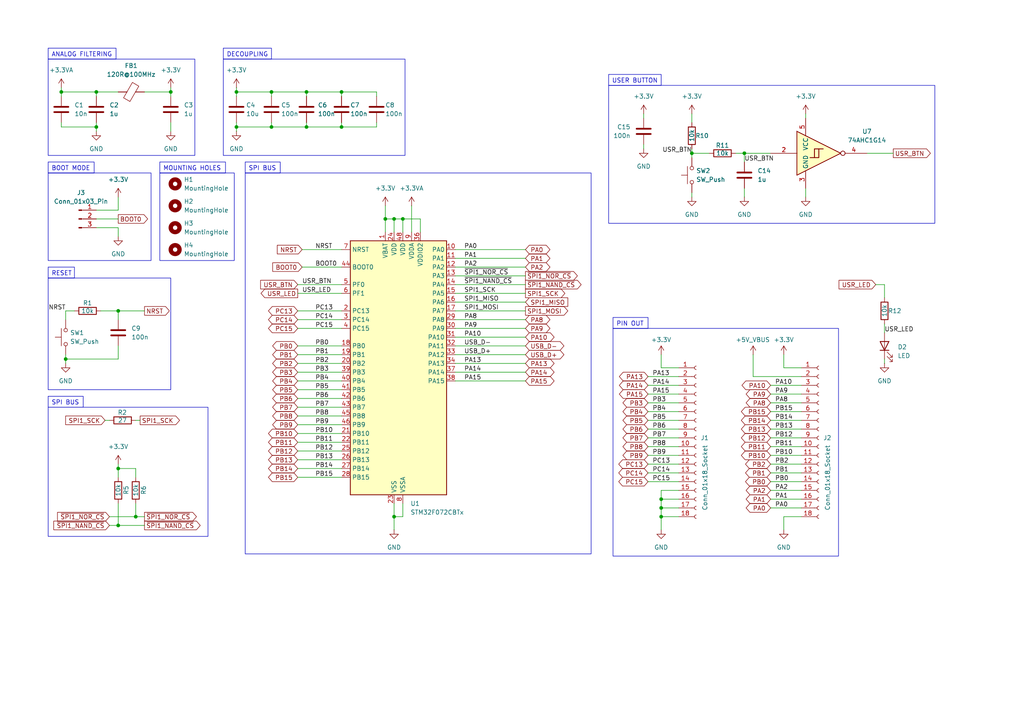
<source format=kicad_sch>
(kicad_sch (version 20231120) (generator "eeschema") (generator_version "8.0")
  (paper "A4")
  (lib_symbols
    (symbol "74xGxx:74AHC1G14"
      (property "Reference" "U" (at 0 3.81 0))
      (property "Value" "74AHC1G14" (at 0 -3.81 0))
      (symbol "74AHC1G14_1_1"
        (pin no_connect line (at -7.62 5.08 180) (length 5.08) hide (name "NC") (number "1"))
        (pin input line (at -15.24 0 0) (length 7.62) (name "~") (number "2"))
        (pin power_in line (at -5.08 -10.16 90) (length 5.08) (name "GND") (number "3"))
        (pin output inverted (at 12.7 0 180) (length 7.62) (name "~") (number "4"))
        (pin power_in line (at -5.08 10.16 270) (length 5.08) (name "VCC") (number "5"))
      )
    )
    (symbol "Connector:Conn_01x03_Pin" (pin_names (offset 1.016) hide)
      (property "Reference" "J" (at 0 5.08 0))
      (property "Value" "Conn_01x03_Pin" (at 0 -5.08 0))
      (symbol "Conn_01x03_Pin_1_1"
        (pin passive line (at 5.08 2.54 180) (length 3.81) (name "Pin_1") (number "1"))
        (pin passive line (at 5.08 0 180) (length 3.81) (name "Pin_2") (number "2"))
        (pin passive line (at 5.08 -2.54 180) (length 3.81) (name "Pin_3") (number "3"))
      )
    )
    (symbol "Connector:Conn_01x18_Socket" (pin_names (offset 1.016) hide)
      (property "Reference" "J" (at 0 22.86 0))
      (property "Value" "Conn_01x18_Socket" (at 0 -25.4 0))
      (symbol "Conn_01x18_Socket_1_1"
        (pin passive line (at -5.08 20.32 0) (length 3.81) (name "Pin_1") (number "1"))
        (pin passive line (at -5.08 -2.54 0) (length 3.81) (name "Pin_10") (number "10"))
        (pin passive line (at -5.08 -5.08 0) (length 3.81) (name "Pin_11") (number "11"))
        (pin passive line (at -5.08 -7.62 0) (length 3.81) (name "Pin_12") (number "12"))
        (pin passive line (at -5.08 -10.16 0) (length 3.81) (name "Pin_13") (number "13"))
        (pin passive line (at -5.08 -12.7 0) (length 3.81) (name "Pin_14") (number "14"))
        (pin passive line (at -5.08 -15.24 0) (length 3.81) (name "Pin_15") (number "15"))
        (pin passive line (at -5.08 -17.78 0) (length 3.81) (name "Pin_16") (number "16"))
        (pin passive line (at -5.08 -20.32 0) (length 3.81) (name "Pin_17") (number "17"))
        (pin passive line (at -5.08 -22.86 0) (length 3.81) (name "Pin_18") (number "18"))
        (pin passive line (at -5.08 17.78 0) (length 3.81) (name "Pin_2") (number "2"))
        (pin passive line (at -5.08 15.24 0) (length 3.81) (name "Pin_3") (number "3"))
        (pin passive line (at -5.08 12.7 0) (length 3.81) (name "Pin_4") (number "4"))
        (pin passive line (at -5.08 10.16 0) (length 3.81) (name "Pin_5") (number "5"))
        (pin passive line (at -5.08 7.62 0) (length 3.81) (name "Pin_6") (number "6"))
        (pin passive line (at -5.08 5.08 0) (length 3.81) (name "Pin_7") (number "7"))
        (pin passive line (at -5.08 2.54 0) (length 3.81) (name "Pin_8") (number "8"))
        (pin passive line (at -5.08 0 0) (length 3.81) (name "Pin_9") (number "9"))
      )
    )
    (symbol "Device:C" (pin_numbers hide) (pin_names (offset 0.254))
      (property "Reference" "C" (at 0.635 2.54 0))
      (property "Value" "C" (at 0.635 -2.54 0))
      (symbol "C_1_1"
        (pin passive line (at 0 3.81 270) (length 2.794) (name "~") (number "1"))
        (pin passive line (at 0 -3.81 90) (length 2.794) (name "~") (number "2"))
      )
    )
    (symbol "Device:FerriteBead" (pin_numbers hide) (pin_names (offset 0))
      (property "Reference" "FB" (at -3.81 0.635 90))
      (property "Value" "FerriteBead" (at 3.81 0 90))
      (symbol "FerriteBead_1_1"
        (pin passive line (at 0 3.81 270) (length 2.54) (name "~") (number "1"))
        (pin passive line (at 0 -3.81 90) (length 2.54) (name "~") (number "2"))
      )
    )
    (symbol "Device:LED" (pin_numbers hide) (pin_names (offset 1.016) hide)
      (property "Reference" "D" (at 0 2.54 0))
      (property "Value" "LED" (at 0 -2.54 0))
      (symbol "LED_1_1"
        (pin passive line (at -3.81 0 0) (length 2.54) (name "K") (number "1"))
        (pin passive line (at 3.81 0 180) (length 2.54) (name "A") (number "2"))
      )
    )
    (symbol "Device:R" (pin_numbers hide) (pin_names (offset 0))
      (property "Reference" "R" (at 2.032 0 90))
      (property "Value" "R" (at 0 0 90))
      (symbol "R_1_1"
        (pin passive line (at 0 3.81 270) (length 1.27) (name "~") (number "1"))
        (pin passive line (at 0 -3.81 90) (length 1.27) (name "~") (number "2"))
      )
    )
    (symbol "MCU_ST_STM32F0:STM32F072CBTx"
      (property "Reference" "U" (at -12.7 39.37 0))
      (property "Value" "STM32F072CBTx" (at 10.16 39.37 0))
      (symbol "STM32F072CBTx_1_1"
        (pin power_in line (at -2.54 40.64 270) (length 2.54) (name "VBAT") (number "1"))
        (pin bidirectional line (at 17.78 35.56 180) (length 2.54) (name "PA0") (number "10"))
        (pin bidirectional line (at 17.78 33.02 180) (length 2.54) (name "PA1") (number "11"))
        (pin bidirectional line (at 17.78 30.48 180) (length 2.54) (name "PA2") (number "12"))
        (pin bidirectional line (at 17.78 27.94 180) (length 2.54) (name "PA3") (number "13"))
        (pin bidirectional line (at 17.78 25.4 180) (length 2.54) (name "PA4") (number "14"))
        (pin bidirectional line (at 17.78 22.86 180) (length 2.54) (name "PA5") (number "15"))
        (pin bidirectional line (at 17.78 20.32 180) (length 2.54) (name "PA6") (number "16"))
        (pin bidirectional line (at 17.78 17.78 180) (length 2.54) (name "PA7") (number "17"))
        (pin bidirectional line (at -15.24 7.62 0) (length 2.54) (name "PB0") (number "18"))
        (pin bidirectional line (at -15.24 5.08 0) (length 2.54) (name "PB1") (number "19"))
        (pin bidirectional line (at -15.24 17.78 0) (length 2.54) (name "PC13") (number "2"))
        (pin bidirectional line (at -15.24 2.54 0) (length 2.54) (name "PB2") (number "20"))
        (pin bidirectional line (at -15.24 -17.78 0) (length 2.54) (name "PB10") (number "21"))
        (pin bidirectional line (at -15.24 -20.32 0) (length 2.54) (name "PB11") (number "22"))
        (pin power_in line (at 0 -38.1 90) (length 2.54) (name "VSS") (number "23"))
        (pin power_in line (at 0 40.64 270) (length 2.54) (name "VDD") (number "24"))
        (pin bidirectional line (at -15.24 -22.86 0) (length 2.54) (name "PB12") (number "25"))
        (pin bidirectional line (at -15.24 -25.4 0) (length 2.54) (name "PB13") (number "26"))
        (pin bidirectional line (at -15.24 -27.94 0) (length 2.54) (name "PB14") (number "27"))
        (pin bidirectional line (at -15.24 -30.48 0) (length 2.54) (name "PB15") (number "28"))
        (pin bidirectional line (at 17.78 15.24 180) (length 2.54) (name "PA8") (number "29"))
        (pin bidirectional line (at -15.24 15.24 0) (length 2.54) (name "PC14") (number "3"))
        (pin bidirectional line (at 17.78 12.7 180) (length 2.54) (name "PA9") (number "30"))
        (pin bidirectional line (at 17.78 10.16 180) (length 2.54) (name "PA10") (number "31"))
        (pin bidirectional line (at 17.78 7.62 180) (length 2.54) (name "PA11") (number "32"))
        (pin bidirectional line (at 17.78 5.08 180) (length 2.54) (name "PA12") (number "33"))
        (pin bidirectional line (at 17.78 2.54 180) (length 2.54) (name "PA13") (number "34"))
        (pin passive line (at 0 -38.1 90) (length 2.54) hide (name "VSS") (number "35"))
        (pin power_in line (at 7.62 40.64 270) (length 2.54) (name "VDDIO2") (number "36"))
        (pin bidirectional line (at 17.78 0 180) (length 2.54) (name "PA14") (number "37"))
        (pin bidirectional line (at 17.78 -2.54 180) (length 2.54) (name "PA15") (number "38"))
        (pin bidirectional line (at -15.24 0 0) (length 2.54) (name "PB3") (number "39"))
        (pin bidirectional line (at -15.24 12.7 0) (length 2.54) (name "PC15") (number "4"))
        (pin bidirectional line (at -15.24 -2.54 0) (length 2.54) (name "PB4") (number "40"))
        (pin bidirectional line (at -15.24 -5.08 0) (length 2.54) (name "PB5") (number "41"))
        (pin bidirectional line (at -15.24 -7.62 0) (length 2.54) (name "PB6") (number "42"))
        (pin bidirectional line (at -15.24 -10.16 0) (length 2.54) (name "PB7") (number "43"))
        (pin input line (at -15.24 30.48 0) (length 2.54) (name "BOOT0") (number "44"))
        (pin bidirectional line (at -15.24 -12.7 0) (length 2.54) (name "PB8") (number "45"))
        (pin bidirectional line (at -15.24 -15.24 0) (length 2.54) (name "PB9") (number "46"))
        (pin passive line (at 0 -38.1 90) (length 2.54) hide (name "VSS") (number "47"))
        (pin power_in line (at 2.54 40.64 270) (length 2.54) (name "VDD") (number "48"))
        (pin bidirectional line (at -15.24 25.4 0) (length 2.54) (name "PF0") (number "5"))
        (pin bidirectional line (at -15.24 22.86 0) (length 2.54) (name "PF1") (number "6"))
        (pin input line (at -15.24 35.56 0) (length 2.54) (name "NRST") (number "7"))
        (pin power_in line (at 2.54 -38.1 90) (length 2.54) (name "VSSA") (number "8"))
        (pin power_in line (at 5.08 40.64 270) (length 2.54) (name "VDDA") (number "9"))
      )
    )
    (symbol "Mechanical:MountingHole" (pin_names (offset 1.016)) (exclude_from_sim yes) (in_bom no)
      (property "Reference" "H" (at 0 5.08 0))
      (property "Value" "MountingHole" (at 0 3.175 0))
    )
    (symbol "Switch:SW_Push" (pin_numbers hide) (pin_names (offset 1.016) hide)
      (property "Reference" "SW" (at 1.27 2.54 0))
      (property "Value" "SW_Push" (at 0 -1.524 0))
      (symbol "SW_Push_0_1"
        (pin passive line (at -5.08 0 0) (length 2.54) (name "1") (number "1"))
        (pin passive line (at 5.08 0 180) (length 2.54) (name "2") (number "2"))
      )
    )
    (symbol "power:+3.3V" (power) (pin_numbers hide) (pin_names (offset 0) hide)
      (property "Value" "+3.3V" (at 0 3.556 0))
      (symbol "+3.3V_1_1"
        (pin power_in line (at 0 0 90) (length 0) (name "~") (number "1"))
      )
    )
    (symbol "power:+3.3VA" (power) (pin_numbers hide) (pin_names (offset 0) hide)
      (property "Value" "+3.3VA" (at 0 3.556 0))
      (symbol "+3.3VA_1_1"
        (pin power_in line (at 0 0 90) (length 0) (name "~") (number "1"))
      )
    )
    (symbol "power:GND" (power) (pin_numbers hide) (pin_names (offset 0) hide)
      (property "Value" "GND" (at 0 -3.81 0))
      (symbol "GND_1_1"
        (pin power_in line (at 0 0 270) (length 0) (name "~") (number "1"))
      )
    )
    (symbol "power:VBUS" (power) (pin_numbers hide) (pin_names (offset 0) hide)
      (property "Value" "VBUS" (at 0 3.556 0))
      (symbol "VBUS_1_1"
        (pin power_in line (at 0 0 90) (length 0) (name "~") (number "1"))
      )
    )
  )
  (junction (at 114.3 63.5))
  (junction (at 88.9 36.83))
  (junction (at 111.76 63.5))
  (junction (at 200.66 44.45))
  (junction (at 68.58 36.83))
  (junction (at 215.9 44.45))
  (junction (at 191.77 149.86))
  (junction (at 99.06 26.67))
  (junction (at 78.74 36.83))
  (junction (at 68.58 26.67))
  (junction (at 78.74 26.67))
  (junction (at 34.29 90.17))
  (junction (at 191.77 147.32))
  (junction (at 17.78 26.67))
  (junction (at 19.05 104.14))
  (junction (at 27.94 26.67))
  (junction (at 27.94 36.83))
  (junction (at 49.53 26.67))
  (junction (at 191.77 144.78))
  (junction (at 88.9 26.67))
  (junction (at 99.06 36.83))
  (junction (at 116.84 63.5))
  (junction (at 39.37 149.86))
  (junction (at 114.3 149.86))
  (junction (at 34.29 135.89))
  (junction (at 34.29 152.4))
  (wire (pts (xy 132.08 80.01) (xy 152.4 80.01)))
  (wire (pts (xy 39.37 149.86) (xy 41.91 149.86)))
  (wire (pts (xy 132.08 77.47) (xy 152.4 77.47)))
  (wire (pts (xy 87.63 77.47) (xy 99.06 77.47)))
  (wire (pts (xy 99.06 35.56) (xy 99.06 36.83)))
  (wire (pts (xy 86.36 128.27) (xy 99.06 128.27)))
  (wire (pts (xy 121.92 67.31) (xy 121.92 63.5)))
  (wire (pts (xy 49.53 26.67) (xy 49.53 27.94)))
  (wire (pts (xy 187.96 109.22) (xy 196.85 109.22)))
  (wire (pts (xy 86.36 92.71) (xy 99.06 92.71)))
  (wire (pts (xy 132.08 85.09) (xy 152.4 85.09)))
  (wire (pts (xy 86.36 130.81) (xy 99.06 130.81)))
  (wire (pts (xy 68.58 25.4) (xy 68.58 26.67)))
  (wire (pts (xy 232.41 149.86) (xy 227.33 149.86)))
  (wire (pts (xy 223.52 147.32) (xy 232.41 147.32)))
  (wire (pts (xy 227.33 106.68) (xy 227.33 102.87)))
  (wire (pts (xy 223.52 119.38) (xy 232.41 119.38)))
  (wire (pts (xy 88.9 26.67) (xy 88.9 27.94)))
  (wire (pts (xy 86.36 110.49) (xy 99.06 110.49)))
  (wire (pts (xy 34.29 104.14) (xy 34.29 100.33)))
  (wire (pts (xy 223.52 142.24) (xy 232.41 142.24)))
  (wire (pts (xy 191.77 106.68) (xy 191.77 102.87)))
  (wire (pts (xy 132.08 97.79) (xy 152.4 97.79)))
  (wire (pts (xy 34.29 60.96) (xy 34.29 57.15)))
  (wire (pts (xy 86.36 133.35) (xy 99.06 133.35)))
  (wire (pts (xy 114.3 149.86) (xy 114.3 153.67)))
  (wire (pts (xy 132.08 74.93) (xy 152.4 74.93)))
  (wire (pts (xy 132.08 110.49) (xy 152.4 110.49)))
  (wire (pts (xy 116.84 67.31) (xy 116.84 63.5)))
  (wire (pts (xy 114.3 146.05) (xy 114.3 149.86)))
  (wire (pts (xy 111.76 63.5) (xy 111.76 67.31)))
  (wire (pts (xy 200.66 43.18) (xy 200.66 44.45)))
  (wire (pts (xy 17.78 35.56) (xy 17.78 36.83)))
  (wire (pts (xy 17.78 25.4) (xy 17.78 26.67)))
  (wire (pts (xy 88.9 26.67) (xy 99.06 26.67)))
  (wire (pts (xy 187.96 114.3) (xy 196.85 114.3)))
  (wire (pts (xy 218.44 109.22) (xy 232.41 109.22)))
  (wire (pts (xy 86.36 138.43) (xy 99.06 138.43)))
  (wire (pts (xy 223.52 114.3) (xy 232.41 114.3)))
  (wire (pts (xy 132.08 82.55) (xy 152.4 82.55)))
  (wire (pts (xy 86.36 102.87) (xy 99.06 102.87)))
  (wire (pts (xy 86.36 105.41) (xy 99.06 105.41)))
  (wire (pts (xy 215.9 44.45) (xy 215.9 46.99)))
  (wire (pts (xy 186.69 41.91) (xy 186.69 43.18)))
  (wire (pts (xy 187.96 119.38) (xy 196.85 119.38)))
  (wire (pts (xy 187.96 129.54) (xy 196.85 129.54)))
  (wire (pts (xy 223.52 134.62) (xy 232.41 134.62)))
  (wire (pts (xy 223.52 132.08) (xy 232.41 132.08)))
  (wire (pts (xy 232.41 106.68) (xy 227.33 106.68)))
  (wire (pts (xy 191.77 147.32) (xy 191.77 149.86)))
  (wire (pts (xy 109.22 35.56) (xy 109.22 36.83)))
  (wire (pts (xy 19.05 102.87) (xy 19.05 104.14)))
  (wire (pts (xy 87.63 72.39) (xy 99.06 72.39)))
  (wire (pts (xy 132.08 107.95) (xy 152.4 107.95)))
  (wire (pts (xy 88.9 36.83) (xy 99.06 36.83)))
  (wire (pts (xy 68.58 26.67) (xy 68.58 27.94)))
  (wire (pts (xy 116.84 63.5) (xy 114.3 63.5)))
  (wire (pts (xy 191.77 144.78) (xy 191.77 147.32)))
  (wire (pts (xy 31.75 152.4) (xy 34.29 152.4)))
  (wire (pts (xy 121.92 63.5) (xy 116.84 63.5)))
  (wire (pts (xy 187.96 132.08) (xy 196.85 132.08)))
  (wire (pts (xy 19.05 104.14) (xy 34.29 104.14)))
  (wire (pts (xy 186.69 33.02) (xy 186.69 34.29)))
  (wire (pts (xy 78.74 36.83) (xy 88.9 36.83)))
  (wire (pts (xy 49.53 35.56) (xy 49.53 38.1)))
  (wire (pts (xy 111.76 59.69) (xy 111.76 63.5)))
  (wire (pts (xy 99.06 36.83) (xy 109.22 36.83)))
  (wire (pts (xy 223.52 144.78) (xy 232.41 144.78)))
  (wire (pts (xy 132.08 87.63) (xy 152.4 87.63)))
  (wire (pts (xy 34.29 90.17) (xy 41.91 90.17)))
  (wire (pts (xy 86.36 113.03) (xy 99.06 113.03)))
  (wire (pts (xy 30.48 121.92) (xy 31.75 121.92)))
  (wire (pts (xy 68.58 26.67) (xy 78.74 26.67)))
  (wire (pts (xy 49.53 25.4) (xy 49.53 26.67)))
  (wire (pts (xy 86.36 82.55) (xy 99.06 82.55)))
  (wire (pts (xy 215.9 44.45) (xy 223.52 44.45)))
  (wire (pts (xy 187.96 121.92) (xy 196.85 121.92)))
  (wire (pts (xy 27.94 35.56) (xy 27.94 36.83)))
  (wire (pts (xy 187.96 127) (xy 196.85 127)))
  (wire (pts (xy 200.66 55.88) (xy 200.66 57.15)))
  (wire (pts (xy 68.58 36.83) (xy 68.58 38.1)))
  (wire (pts (xy 223.52 137.16) (xy 232.41 137.16)))
  (wire (pts (xy 227.33 149.86) (xy 227.33 153.67)))
  (wire (pts (xy 132.08 72.39) (xy 152.4 72.39)))
  (wire (pts (xy 223.52 121.92) (xy 232.41 121.92)))
  (wire (pts (xy 17.78 26.67) (xy 27.94 26.67)))
  (wire (pts (xy 191.77 149.86) (xy 191.77 153.67)))
  (wire (pts (xy 223.52 116.84) (xy 232.41 116.84)))
  (wire (pts (xy 39.37 121.92) (xy 40.64 121.92)))
  (wire (pts (xy 34.29 66.04) (xy 34.29 68.58)))
  (wire (pts (xy 114.3 63.5) (xy 111.76 63.5)))
  (wire (pts (xy 27.94 66.04) (xy 34.29 66.04)))
  (wire (pts (xy 39.37 146.05) (xy 39.37 149.86)))
  (wire (pts (xy 86.36 123.19) (xy 99.06 123.19)))
  (wire (pts (xy 99.06 26.67) (xy 99.06 27.94)))
  (wire (pts (xy 27.94 63.5) (xy 34.29 63.5)))
  (wire (pts (xy 78.74 35.56) (xy 78.74 36.83)))
  (wire (pts (xy 27.94 60.96) (xy 34.29 60.96)))
  (wire (pts (xy 27.94 36.83) (xy 27.94 38.1)))
  (wire (pts (xy 191.77 142.24) (xy 191.77 144.78)))
  (wire (pts (xy 86.36 115.57) (xy 99.06 115.57)))
  (wire (pts (xy 132.08 95.25) (xy 152.4 95.25)))
  (wire (pts (xy 233.68 54.61) (xy 233.68 57.15)))
  (wire (pts (xy 200.66 33.02) (xy 200.66 35.56)))
  (wire (pts (xy 132.08 90.17) (xy 152.4 90.17)))
  (wire (pts (xy 223.52 139.7) (xy 232.41 139.7)))
  (wire (pts (xy 187.96 137.16) (xy 196.85 137.16)))
  (wire (pts (xy 34.29 90.17) (xy 34.29 92.71)))
  (wire (pts (xy 19.05 104.14) (xy 19.05 105.41)))
  (wire (pts (xy 254 82.55) (xy 256.54 82.55)))
  (wire (pts (xy 114.3 67.31) (xy 114.3 63.5)))
  (wire (pts (xy 86.36 118.11) (xy 99.06 118.11)))
  (wire (pts (xy 223.52 111.76) (xy 232.41 111.76)))
  (wire (pts (xy 19.05 90.17) (xy 21.59 90.17)))
  (wire (pts (xy 223.52 129.54) (xy 232.41 129.54)))
  (wire (pts (xy 34.29 146.05) (xy 34.29 152.4)))
  (wire (pts (xy 223.52 127) (xy 232.41 127)))
  (wire (pts (xy 223.52 124.46) (xy 232.41 124.46)))
  (wire (pts (xy 68.58 35.56) (xy 68.58 36.83)))
  (wire (pts (xy 86.36 95.25) (xy 99.06 95.25)))
  (wire (pts (xy 17.78 36.83) (xy 27.94 36.83)))
  (wire (pts (xy 86.36 85.09) (xy 99.06 85.09)))
  (wire (pts (xy 196.85 149.86) (xy 191.77 149.86)))
  (wire (pts (xy 187.96 116.84) (xy 196.85 116.84)))
  (wire (pts (xy 39.37 135.89) (xy 34.29 135.89)))
  (wire (pts (xy 116.84 149.86) (xy 114.3 149.86)))
  (wire (pts (xy 27.94 26.67) (xy 34.29 26.67)))
  (wire (pts (xy 256.54 82.55) (xy 256.54 86.36)))
  (wire (pts (xy 109.22 26.67) (xy 109.22 27.94)))
  (wire (pts (xy 196.85 147.32) (xy 191.77 147.32)))
  (wire (pts (xy 88.9 35.56) (xy 88.9 36.83)))
  (wire (pts (xy 41.91 26.67) (xy 49.53 26.67)))
  (wire (pts (xy 78.74 26.67) (xy 78.74 27.94)))
  (wire (pts (xy 187.96 134.62) (xy 196.85 134.62)))
  (wire (pts (xy 213.36 44.45) (xy 215.9 44.45)))
  (wire (pts (xy 86.36 90.17) (xy 99.06 90.17)))
  (wire (pts (xy 200.66 44.45) (xy 200.66 45.72)))
  (wire (pts (xy 17.78 26.67) (xy 17.78 27.94)))
  (wire (pts (xy 68.58 36.83) (xy 78.74 36.83)))
  (wire (pts (xy 86.36 107.95) (xy 99.06 107.95)))
  (wire (pts (xy 34.29 135.89) (xy 34.29 138.43)))
  (wire (pts (xy 187.96 111.76) (xy 196.85 111.76)))
  (wire (pts (xy 34.29 134.62) (xy 34.29 135.89)))
  (wire (pts (xy 78.74 26.67) (xy 88.9 26.67)))
  (wire (pts (xy 256.54 93.98) (xy 256.54 96.52)))
  (wire (pts (xy 119.38 59.69) (xy 119.38 67.31)))
  (wire (pts (xy 196.85 142.24) (xy 191.77 142.24)))
  (wire (pts (xy 132.08 100.33) (xy 152.4 100.33)))
  (wire (pts (xy 132.08 105.41) (xy 152.4 105.41)))
  (wire (pts (xy 86.36 120.65) (xy 99.06 120.65)))
  (wire (pts (xy 34.29 152.4) (xy 41.91 152.4)))
  (wire (pts (xy 196.85 106.68) (xy 191.77 106.68)))
  (wire (pts (xy 191.77 144.78) (xy 196.85 144.78)))
  (wire (pts (xy 86.36 100.33) (xy 99.06 100.33)))
  (wire (pts (xy 132.08 92.71) (xy 152.4 92.71)))
  (wire (pts (xy 19.05 92.71) (xy 19.05 90.17)))
  (wire (pts (xy 218.44 102.87) (xy 218.44 109.22)))
  (wire (pts (xy 215.9 54.61) (xy 215.9 57.15)))
  (wire (pts (xy 99.06 26.67) (xy 109.22 26.67)))
  (wire (pts (xy 39.37 138.43) (xy 39.37 135.89)))
  (wire (pts (xy 86.36 125.73) (xy 99.06 125.73)))
  (wire (pts (xy 116.84 146.05) (xy 116.84 149.86)))
  (wire (pts (xy 31.75 149.86) (xy 39.37 149.86)))
  (wire (pts (xy 256.54 104.14) (xy 256.54 105.41)))
  (wire (pts (xy 132.08 102.87) (xy 152.4 102.87)))
  (wire (pts (xy 251.46 44.45) (xy 259.08 44.45)))
  (wire (pts (xy 233.68 33.02) (xy 233.68 34.29)))
  (wire (pts (xy 86.36 135.89) (xy 99.06 135.89)))
  (wire (pts (xy 200.66 44.45) (xy 205.74 44.45)))
  (wire (pts (xy 27.94 26.67) (xy 27.94 27.94)))
  (wire (pts (xy 187.96 124.46) (xy 196.85 124.46)))
  (wire (pts (xy 187.96 139.7) (xy 196.85 139.7)))
  (wire (pts (xy 29.21 90.17) (xy 34.29 90.17)))
  (rectangle (start 46.355 50.165) (end 67.945 75.565))
  (rectangle (start 13.97 17.145) (end 56.515 45.085))
  (rectangle (start 13.97 118.11) (end 60.325 155.575))
  (rectangle (start 13.97 80.645) (end 49.53 113.03))
  (rectangle (start 71.12 50.165) (end 171.45 160.655))
  (rectangle (start 177.8 95.25) (end 243.205 161.29))
  (rectangle (start 13.97 50.165) (end 43.815 75.565))
  (rectangle (start 64.77 17.145) (end 117.475 45.085))
  (rectangle (start 176.53 24.765) (end 271.145 64.77))
  (text_box "USER BUTTON" (at 176.53 21.59 0) (size 15.24 3.175) (effects (font (size 1.27 1.27)) (justify left top)))
  (text_box "SPI BUS" (at 71.12 46.99 0) (size 10.16 3.175) (effects (font (size 1.27 1.27)) (justify left top)))
  (text_box "ANALOG FILTERING" (at 13.97 13.97 0) (size 19.685 3.175) (effects (font (size 1.27 1.27)) (justify left top)))
  (text_box "BOOT MODE\n" (at 13.97 46.99 0) (size 13.335 3.175) (effects (font (size 1.27 1.27)) (justify left top)))
  (text_box "PIN OUT" (at 177.8 92.075 0) (size 10.16 3.175) (effects (font (size 1.27 1.27)) (justify left top)))
  (text_box "RESET" (at 13.97 77.47 0) (size 7.62 3.175) (effects (font (size 1.27 1.27)) (justify left top)))
  (text_box "DECOUPLING" (at 64.77 13.97 0) (size 13.97 3.175) (effects (font (size 1.27 1.27)) (justify left top)))
  (text_box "SPI BUS" (at 13.97 114.935 0) (size 10.16 3.175) (effects (font (size 1.27 1.27)) (justify left top)))
  (text_box "MOUNTING HOLES" (at 46.355 46.99 0) (size 19.05 3.175) (effects (font (size 1.27 1.27)) (justify left top)))
  (label "PB1" (at 91.44 102.87 0))
  (label "PC15" (at 189.23 139.7 0))
  (label "PB8" (at 189.23 129.54 0))
  (label "PB3" (at 91.44 107.95 0))
  (label "NRST" (at 19.05 90.17 180))
  (label "PA10" (at 134.62 97.79 0))
  (label "SPI1_SCK" (at 134.62 85.09 0))
  (label "PB5" (at 91.44 113.03 0))
  (label "PB15" (at 224.79 119.38 0))
  (label "USR_LED" (at 256.54 96.52 0))
  (label "PA13" (at 189.23 109.22 0))
  (label "BOOT0" (at 91.44 77.47 0))
  (label "PA13" (at 134.62 105.41 0))
  (label "PA2" (at 134.62 77.47 0))
  (label "PA9" (at 224.79 114.3 0))
  (label "NRST" (at 91.44 72.39 0))
  (label "PB10" (at 224.79 132.08 0))
  (label "PC15" (at 91.44 95.25 0))
  (label "PA15" (at 134.62 110.49 0))
  (label "PA1" (at 224.79 144.78 0))
  (label "PB9" (at 189.23 132.08 0))
  (label "PA0" (at 134.62 72.39 0))
  (label "PB6" (at 189.23 124.46 0))
  (label "PA14" (at 189.23 111.76 0))
  (label "SPI1_MISO" (at 134.62 87.63 0))
  (label "PB14" (at 224.79 121.92 0))
  (label "PB0" (at 91.44 100.33 0))
  (label "PB3" (at 189.23 116.84 0))
  (label "PC14" (at 91.44 92.71 0))
  (label "~{SPI1_NOR_CS}" (at 134.62 80.01 0))
  (label "PB14" (at 91.44 135.89 0))
  (label "USR_BTN" (at 87.63 82.55 0))
  (label "PA8" (at 224.79 116.84 0))
  (label "PB0" (at 224.79 139.7 0))
  (label "PA9" (at 134.62 95.25 0))
  (label "~{SPI1_NAND_CS}" (at 134.62 82.55 0))
  (label "USR_BTN" (at 200.66 44.45 180))
  (label "PA1" (at 134.62 74.93 0))
  (label "PC14" (at 189.23 137.16 0))
  (label "USR_LED" (at 87.63 85.09 0))
  (label "PA8" (at 134.62 92.71 0))
  (label "PB7" (at 189.23 127 0))
  (label "PB4" (at 91.44 110.49 0))
  (label "PB2" (at 224.79 134.62 0))
  (label "PB6" (at 91.44 115.57 0))
  (label "PB12" (at 91.44 130.81 0))
  (label "PB2" (at 91.44 105.41 0))
  (label "PB1" (at 224.79 137.16 0))
  (label "USB_D+" (at 134.62 102.87 0))
  (label "PB5" (at 189.23 121.92 0))
  (label "PA15" (at 189.23 114.3 0))
  (label "PA0" (at 224.79 147.32 0))
  (label "PB13" (at 224.79 124.46 0))
  (label "SPI1_MOSI" (at 134.62 90.17 0))
  (label "PB7" (at 91.44 118.11 0))
  (label "PA10" (at 224.79 111.76 0))
  (label "PB10" (at 91.44 125.73 0))
  (label "PB9" (at 91.44 123.19 0))
  (label "PB4" (at 189.23 119.38 0))
  (label "PB11" (at 91.44 128.27 0))
  (label "USB_D-" (at 134.62 100.33 0))
  (label "PB15" (at 91.44 138.43 0))
  (label "PB13" (at 91.44 133.35 0))
  (label "USR_BTN" (at 215.9 46.99 0))
  (label "PC13" (at 189.23 134.62 0))
  (label "PB8" (at 91.44 120.65 0))
  (label "PA14" (at 134.62 107.95 0))
  (label "PA2" (at 224.79 142.24 0))
  (label "PB11" (at 224.79 129.54 0))
  (label "PB12" (at 224.79 127 0))
  (label "PC13" (at 91.44 90.17 0))
  (global_label "PB13" (shape bidirectional) (at 86.36 133.35 180) (property "Intersheetrefs" "${INTERSHEET_REFS}" (effects (hide yes))))
  (global_label "PB10" (shape bidirectional) (at 223.52 132.08 180) (property "Intersheetrefs" "${INTERSHEET_REFS}" (effects (hide yes))))
  (global_label "PA13" (shape bidirectional) (at 187.96 109.22 180) (property "Intersheetrefs" "${INTERSHEET_REFS}" (effects (hide yes))))
  (global_label "PB0" (shape bidirectional) (at 86.36 100.33 180) (property "Intersheetrefs" "${INTERSHEET_REFS}" (effects (hide yes))))
  (global_label "PA1" (shape bidirectional) (at 152.4 74.93 0) (property "Intersheetrefs" "${INTERSHEET_REFS}" (effects (hide yes))))
  (global_label "PA15" (shape bidirectional) (at 152.4 110.49 0) (property "Intersheetrefs" "${INTERSHEET_REFS}" (effects (hide yes))))
  (global_label "PB9" (shape bidirectional) (at 86.36 123.19 180) (property "Intersheetrefs" "${INTERSHEET_REFS}" (effects (hide yes))))
  (global_label "PA9" (shape bidirectional) (at 223.52 114.3 180) (property "Intersheetrefs" "${INTERSHEET_REFS}" (effects (hide yes))))
  (global_label "PA8" (shape bidirectional) (at 152.4 92.71 0) (property "Intersheetrefs" "${INTERSHEET_REFS}" (effects (hide yes))))
  (global_label "PB12" (shape bidirectional) (at 86.36 130.81 180) (property "Intersheetrefs" "${INTERSHEET_REFS}" (effects (hide yes))))
  (global_label "PC13" (shape bidirectional) (at 86.36 90.17 180) (property "Intersheetrefs" "${INTERSHEET_REFS}" (effects (hide yes))))
  (global_label "SPI1_SCK" (shape input) (at 30.48 121.92 180) (property "Intersheetrefs" "${INTERSHEET_REFS}" (effects (hide yes))))
  (global_label "PC13" (shape bidirectional) (at 187.96 134.62 180) (property "Intersheetrefs" "${INTERSHEET_REFS}" (effects (hide yes))))
  (global_label "NRST" (shape output) (at 41.91 90.17 0) (property "Intersheetrefs" "${INTERSHEET_REFS}" (effects (hide yes))))
  (global_label "USR_BTN" (shape output) (at 259.08 44.45 0) (property "Intersheetrefs" "${INTERSHEET_REFS}" (effects (hide yes))))
  (global_label "PC15" (shape bidirectional) (at 86.36 95.25 180) (property "Intersheetrefs" "${INTERSHEET_REFS}" (effects (hide yes))))
  (global_label "PA8" (shape bidirectional) (at 223.52 116.84 180) (property "Intersheetrefs" "${INTERSHEET_REFS}" (effects (hide yes))))
  (global_label "PA14" (shape bidirectional) (at 152.4 107.95 0) (property "Intersheetrefs" "${INTERSHEET_REFS}" (effects (hide yes))))
  (global_label "NRST" (shape input) (at 87.63 72.39 180) (property "Intersheetrefs" "${INTERSHEET_REFS}" (effects (hide yes))))
  (global_label "PA9" (shape bidirectional) (at 152.4 95.25 0) (property "Intersheetrefs" "${INTERSHEET_REFS}" (effects (hide yes))))
  (global_label "PA0" (shape bidirectional) (at 223.52 147.32 180) (property "Intersheetrefs" "${INTERSHEET_REFS}" (effects (hide yes))))
  (global_label "PC14" (shape bidirectional) (at 86.36 92.71 180) (property "Intersheetrefs" "${INTERSHEET_REFS}" (effects (hide yes))))
  (global_label "PA13" (shape bidirectional) (at 152.4 105.41 0) (property "Intersheetrefs" "${INTERSHEET_REFS}" (effects (hide yes))))
  (global_label "USR_LED" (shape input) (at 254 82.55 180) (property "Intersheetrefs" "${INTERSHEET_REFS}" (effects (hide yes))))
  (global_label "PB1" (shape bidirectional) (at 223.52 137.16 180) (property "Intersheetrefs" "${INTERSHEET_REFS}" (effects (hide yes))))
  (global_label "PB10" (shape bidirectional) (at 86.36 125.73 180) (property "Intersheetrefs" "${INTERSHEET_REFS}" (effects (hide yes))))
  (global_label "SPI1_MISO" (shape input) (at 152.4 87.63 0) (property "Intersheetrefs" "${INTERSHEET_REFS}" (effects (hide yes))))
  (global_label "PB7" (shape bidirectional) (at 86.36 118.11 180) (property "Intersheetrefs" "${INTERSHEET_REFS}" (effects (hide yes))))
  (global_label "PB3" (shape bidirectional) (at 187.96 116.84 180) (property "Intersheetrefs" "${INTERSHEET_REFS}" (effects (hide yes))))
  (global_label "PB6" (shape bidirectional) (at 187.96 124.46 180) (property "Intersheetrefs" "${INTERSHEET_REFS}" (effects (hide yes))))
  (global_label "PB4" (shape bidirectional) (at 86.36 110.49 180) (property "Intersheetrefs" "${INTERSHEET_REFS}" (effects (hide yes))))
  (global_label "~{SPI1_NOR_CS}" (shape output) (at 152.4 80.01 0) (property "Intersheetrefs" "${INTERSHEET_REFS}" (effects (hide yes))))
  (global_label "PB5" (shape bidirectional) (at 187.96 121.92 180) (property "Intersheetrefs" "${INTERSHEET_REFS}" (effects (hide yes))))
  (global_label "PB2" (shape bidirectional) (at 223.52 134.62 180) (property "Intersheetrefs" "${INTERSHEET_REFS}" (effects (hide yes))))
  (global_label "PB3" (shape bidirectional) (at 86.36 107.95 180) (property "Intersheetrefs" "${INTERSHEET_REFS}" (effects (hide yes))))
  (global_label "PB11" (shape bidirectional) (at 223.52 129.54 180) (property "Intersheetrefs" "${INTERSHEET_REFS}" (effects (hide yes))))
  (global_label "PB12" (shape bidirectional) (at 223.52 127 180) (property "Intersheetrefs" "${INTERSHEET_REFS}" (effects (hide yes))))
  (global_label "PB0" (shape bidirectional) (at 223.52 139.7 180) (property "Intersheetrefs" "${INTERSHEET_REFS}" (effects (hide yes))))
  (global_label "PA15" (shape bidirectional) (at 187.96 114.3 180) (property "Intersheetrefs" "${INTERSHEET_REFS}" (effects (hide yes))))
  (global_label "PA0" (shape bidirectional) (at 152.4 72.39 0) (property "Intersheetrefs" "${INTERSHEET_REFS}" (effects (hide yes))))
  (global_label "PB14" (shape bidirectional) (at 223.52 121.92 180) (property "Intersheetrefs" "${INTERSHEET_REFS}" (effects (hide yes))))
  (global_label "PB11" (shape bidirectional) (at 86.36 128.27 180) (property "Intersheetrefs" "${INTERSHEET_REFS}" (effects (hide yes))))
  (global_label "SPI1_MOSI" (shape output) (at 152.4 90.17 0) (property "Intersheetrefs" "${INTERSHEET_REFS}" (effects (hide yes))))
  (global_label "PB1" (shape bidirectional) (at 86.36 102.87 180) (property "Intersheetrefs" "${INTERSHEET_REFS}" (effects (hide yes))))
  (global_label "PC15" (shape bidirectional) (at 187.96 139.7 180) (property "Intersheetrefs" "${INTERSHEET_REFS}" (effects (hide yes))))
  (global_label "PA14" (shape bidirectional) (at 187.96 111.76 180) (property "Intersheetrefs" "${INTERSHEET_REFS}" (effects (hide yes))))
  (global_label "PA2" (shape bidirectional) (at 152.4 77.47 0) (property "Intersheetrefs" "${INTERSHEET_REFS}" (effects (hide yes))))
  (global_label "PA10" (shape bidirectional) (at 223.52 111.76 180) (property "Intersheetrefs" "${INTERSHEET_REFS}" (effects (hide yes))))
  (global_label "USR_BTN" (shape input) (at 86.36 82.55 180) (property "Intersheetrefs" "${INTERSHEET_REFS}" (effects (hide yes))))
  (global_label "PB15" (shape bidirectional) (at 223.52 119.38 180) (property "Intersheetrefs" "${INTERSHEET_REFS}" (effects (hide yes))))
  (global_label "BOOT0" (shape input) (at 87.63 77.47 180) (property "Intersheetrefs" "${INTERSHEET_REFS}" (effects (hide yes))))
  (global_label "USR_LED" (shape output) (at 86.36 85.09 180) (property "Intersheetrefs" "${INTERSHEET_REFS}" (effects (hide yes))))
  (global_label "PB2" (shape bidirectional) (at 86.36 105.41 180) (property "Intersheetrefs" "${INTERSHEET_REFS}" (effects (hide yes))))
  (global_label "PB15" (shape bidirectional) (at 86.36 138.43 180) (property "Intersheetrefs" "${INTERSHEET_REFS}" (effects (hide yes))))
  (global_label "SPI1_SCK" (shape output) (at 152.4 85.09 0) (property "Intersheetrefs" "${INTERSHEET_REFS}" (effects (hide yes))))
  (global_label "PC14" (shape bidirectional) (at 187.96 137.16 180) (property "Intersheetrefs" "${INTERSHEET_REFS}" (effects (hide yes))))
  (global_label "USB_D-" (shape bidirectional) (at 152.4 100.33 0) (property "Intersheetrefs" "${INTERSHEET_REFS}" (effects (hide yes))))
  (global_label "PB9" (shape bidirectional) (at 187.96 132.08 180) (property "Intersheetrefs" "${INTERSHEET_REFS}" (effects (hide yes))))
  (global_label "PB7" (shape bidirectional) (at 187.96 127 180) (property "Intersheetrefs" "${INTERSHEET_REFS}" (effects (hide yes))))
  (global_label "PB8" (shape bidirectional) (at 86.36 120.65 180) (property "Intersheetrefs" "${INTERSHEET_REFS}" (effects (hide yes))))
  (global_label "PA10" (shape bidirectional) (at 152.4 97.79 0) (property "Intersheetrefs" "${INTERSHEET_REFS}" (effects (hide yes))))
  (global_label "PB13" (shape bidirectional) (at 223.52 124.46 180) (property "Intersheetrefs" "${INTERSHEET_REFS}" (effects (hide yes))))
  (global_label "SPI1_SCK" (shape output) (at 40.64 121.92 0) (property "Intersheetrefs" "${INTERSHEET_REFS}" (effects (hide yes))))
  (global_label "~{SPI1_NOR_CS}" (shape input) (at 31.75 149.86 180) (property "Intersheetrefs" "${INTERSHEET_REFS}" (effects (hide yes))))
  (global_label "~{SPI1_NAND_CS}" (shape output) (at 152.4 82.55 0) (property "Intersheetrefs" "${INTERSHEET_REFS}" (effects (hide yes))))
  (global_label "PB14" (shape bidirectional) (at 86.36 135.89 180) (property "Intersheetrefs" "${INTERSHEET_REFS}" (effects (hide yes))))
  (global_label "PA2" (shape bidirectional) (at 223.52 142.24 180) (property "Intersheetrefs" "${INTERSHEET_REFS}" (effects (hide yes))))
  (global_label "USB_D+" (shape bidirectional) (at 152.4 102.87 0) (property "Intersheetrefs" "${INTERSHEET_REFS}" (effects (hide yes))))
  (global_label "~{SPI1_NOR_CS}" (shape output) (at 41.91 149.86 0) (property "Intersheetrefs" "${INTERSHEET_REFS}" (effects (hide yes))))
  (global_label "~{SPI1_NAND_CS}" (shape input) (at 31.75 152.4 180) (property "Intersheetrefs" "${INTERSHEET_REFS}" (effects (hide yes))))
  (global_label "PB4" (shape bidirectional) (at 187.96 119.38 180) (property "Intersheetrefs" "${INTERSHEET_REFS}" (effects (hide yes))))
  (global_label "PA1" (shape bidirectional) (at 223.52 144.78 180) (property "Intersheetrefs" "${INTERSHEET_REFS}" (effects (hide yes))))
  (global_label "~{SPI1_NAND_CS}" (shape output) (at 41.91 152.4 0) (property "Intersheetrefs" "${INTERSHEET_REFS}" (effects (hide yes))))
  (global_label "PB8" (shape bidirectional) (at 187.96 129.54 180) (property "Intersheetrefs" "${INTERSHEET_REFS}" (effects (hide yes))))
  (global_label "BOOT0" (shape output) (at 34.29 63.5 0) (property "Intersheetrefs" "${INTERSHEET_REFS}" (effects (hide yes))))
  (global_label "PB5" (shape bidirectional) (at 86.36 113.03 180) (property "Intersheetrefs" "${INTERSHEET_REFS}" (effects (hide yes))))
  (global_label "PB6" (shape bidirectional) (at 86.36 115.57 180) (property "Intersheetrefs" "${INTERSHEET_REFS}" (effects (hide yes))))
  (symbol (lib_id "Mechanical:MountingHole") (at 50.8 72.39 0) (unit 1) (exclude_from_sim yes) (in_bom no)
    (property "Reference" "H4" (at 53.34 71.1199 0) (effects (justify left)))
    (property "Value" "MountingHole" (at 53.34 73.6599 0) (effects (justify left)))
    (property "Footprint" "MountingHole:MountingHole_2.2mm_M2_DIN965" (effects (hide yes)))
    (property "Description" "Mounting Hole without connection" (effects (hide yes)))
  )
  (symbol (lib_id "power:+3.3V") (at 191.77 102.87 0) (unit 1)
    (property "Reference" "#PWR01" (effects (hide yes)))
    (property "Value" "+3.3V" (at 191.77 98.552 0))
    (property "Description" "Power symbol creates a global label with name \"+3.3V\"" (effects (hide yes)))
  )
  (symbol (lib_id "Device:C") (at 17.78 31.75 0) (unit 1)
    (property "Reference" "C1" (at 21.59 30.4799 0) (effects (justify left)))
    (property "Value" "10n" (at 21.59 33.0199 0) (effects (justify left)))
    (property "Footprint" "Capacitor_SMD:C_0603_1608Metric" (effects (hide yes)))
    (property "Description" "Unpolarized capacitor" (effects (hide yes)))
  )
  (symbol (lib_id "power:+3.3V") (at 111.76 59.69 0) (unit 1)
    (property "Reference" "#PWR011" (effects (hide yes)))
    (property "Value" "+3.3V" (at 111.76 54.61 0))
    (property "Description" "Power symbol creates a global label with name \"+3.3V\"" (effects (hide yes)))
  )
  (symbol (lib_id "Connector:Conn_01x18_Socket") (at 201.93 127 0) (unit 1)
    (property "Reference" "J1" (at 203.2 126.9999 0) (effects (justify left)))
    (property "Value" "Conn_01x18_Socket" (at 204.47 148.082 90) (effects (justify left)))
    (property "Footprint" "Connector_PinSocket_2.54mm:PinSocket_1x18_P2.54mm_Vertical" (effects (hide yes)))
    (property "Description" "Generic connector, single row, 01x18, script generated" (effects (hide yes)))
  )
  (symbol (lib_id "Device:C") (at 27.94 31.75 0) (unit 1)
    (property "Reference" "C2" (at 31.75 30.4799 0) (effects (justify left)))
    (property "Value" "1u" (at 31.75 33.0199 0) (effects (justify left)))
    (property "Footprint" "Capacitor_SMD:C_0603_1608Metric" (effects (hide yes)))
    (property "Description" "Unpolarized capacitor" (effects (hide yes)))
  )
  (symbol (lib_id "power:GND") (at 49.53 38.1 0) (unit 1)
    (property "Reference" "#PWR08" (effects (hide yes)))
    (property "Value" "GND" (at 49.53 43.18 0))
    (property "Description" "Power symbol creates a global label with name \"GND\" , ground" (effects (hide yes)))
  )
  (symbol (lib_id "Device:C") (at 68.58 31.75 0) (unit 1)
    (property "Reference" "C4" (at 71.374 30.48 0) (effects (justify left)))
    (property "Value" "10u" (at 71.374 33.02 0) (effects (justify left)))
    (property "Footprint" "Capacitor_SMD:C_0603_1608Metric" (effects (hide yes)))
    (property "Description" "Unpolarized capacitor" (effects (hide yes)))
  )
  (symbol (lib_id "power:GND") (at 114.3 153.67 0) (unit 1)
    (property "Reference" "#PWR018" (effects (hide yes)))
    (property "Value" "GND" (at 114.3 158.75 0))
    (property "Description" "Power symbol creates a global label with name \"GND\" , ground" (effects (hide yes)))
  )
  (symbol (lib_id "Mechanical:MountingHole") (at 50.8 53.34 0) (unit 1) (exclude_from_sim yes) (in_bom no)
    (property "Reference" "H1" (at 53.34 52.0699 0) (effects (justify left)))
    (property "Value" "MountingHole" (at 53.34 54.6099 0) (effects (justify left)))
    (property "Footprint" "MountingHole:MountingHole_2.2mm_M2_DIN965" (effects (hide yes)))
    (property "Description" "Mounting Hole without connection" (effects (hide yes)))
  )
  (symbol (lib_id "Connector:Conn_01x18_Socket") (at 237.49 127 0) (unit 1)
    (property "Reference" "J2" (at 238.76 126.9999 0) (effects (justify left)))
    (property "Value" "Conn_01x18_Socket" (at 240.03 148.082 90) (effects (justify left)))
    (property "Footprint" "Connector_PinSocket_2.54mm:PinSocket_1x18_P2.54mm_Vertical" (effects (hide yes)))
    (property "Description" "Generic connector, single row, 01x18, script generated" (effects (hide yes)))
  )
  (symbol (lib_id "Device:R") (at 25.4 90.17 90) (unit 1)
    (property "Reference" "R1" (at 25.4 87.884 90))
    (property "Value" "10k" (at 25.4 90.17 90))
    (property "Footprint" "Resistor_SMD:R_0603_1608Metric" (effects (hide yes)))
    (property "Description" "Resistor" (effects (hide yes)))
  )
  (symbol (lib_id "power:GND") (at 27.94 38.1 0) (unit 1)
    (property "Reference" "#PWR07" (effects (hide yes)))
    (property "Value" "GND" (at 27.94 43.18 0))
    (property "Description" "Power symbol creates a global label with name \"GND\" , ground" (effects (hide yes)))
  )
  (symbol (lib_id "power:GND") (at 186.69 43.18 0) (mirror y) (unit 1)
    (property "Reference" "#PWR046" (effects (hide yes)))
    (property "Value" "GND" (at 186.69 48.26 0))
    (property "Description" "Power symbol creates a global label with name \"GND\" , ground" (effects (hide yes)))
  )
  (symbol (lib_id "Device:C") (at 78.74 31.75 0) (unit 1)
    (property "Reference" "C5" (at 81.534 30.48 0) (effects (justify left)))
    (property "Value" "100n" (at 81.534 33.02 0) (effects (justify left)))
    (property "Footprint" "Capacitor_SMD:C_0603_1608Metric" (effects (hide yes)))
    (property "Description" "Unpolarized capacitor" (effects (hide yes)))
  )
  (symbol (lib_id "power:+3.3V") (at 68.58 25.4 0) (unit 1)
    (property "Reference" "#PWR06" (effects (hide yes)))
    (property "Value" "+3.3V" (at 68.58 20.32 0))
    (property "Description" "Power symbol creates a global label with name \"+3.3V\"" (effects (hide yes)))
  )
  (symbol (lib_id "Device:C") (at 186.69 38.1 0) (mirror y) (unit 1)
    (property "Reference" "C15" (at 182.88 36.8299 0) (effects (justify left)))
    (property "Value" "100n" (at 182.88 39.3699 0) (effects (justify left)))
    (property "Footprint" "Capacitor_SMD:C_0603_1608Metric" (effects (hide yes)))
    (property "Description" "Unpolarized capacitor" (effects (hide yes)))
  )
  (symbol (lib_id "Device:R") (at 34.29 142.24 0) (unit 1)
    (property "Reference" "R5" (at 36.576 143.51 90) (effects (justify left)))
    (property "Value" "10k" (at 34.29 144.018 90) (effects (justify left)))
    (property "Footprint" "Resistor_SMD:R_0603_1608Metric" (effects (hide yes)))
    (property "Description" "Resistor" (effects (hide yes)))
  )
  (symbol (lib_id "Device:LED") (at 256.54 100.33 90) (unit 1)
    (property "Reference" "D2" (at 260.35 100.6474 90) (effects (justify right)))
    (property "Value" "LED" (at 260.35 103.1874 90) (effects (justify right)))
    (property "Footprint" "LED_SMD:LED_PLCC-2_3x2mm_KA" (effects (hide yes)))
    (property "Description" "Light emitting diode" (effects (hide yes)))
  )
  (symbol (lib_id "power:GND") (at 256.54 105.41 0) (mirror y) (unit 1)
    (property "Reference" "#PWR048" (effects (hide yes)))
    (property "Value" "GND" (at 256.54 110.49 0))
    (property "Description" "Power symbol creates a global label with name \"GND\" , ground" (effects (hide yes)))
  )
  (symbol (lib_id "Mechanical:MountingHole") (at 50.8 59.69 0) (unit 1) (exclude_from_sim yes) (in_bom no)
    (property "Reference" "H2" (at 53.34 58.4199 0) (effects (justify left)))
    (property "Value" "MountingHole" (at 53.34 60.9599 0) (effects (justify left)))
    (property "Footprint" "MountingHole:MountingHole_2.2mm_M2_DIN965" (effects (hide yes)))
    (property "Description" "Mounting Hole without connection" (effects (hide yes)))
  )
  (symbol (lib_id "power:+3.3V") (at 186.69 33.02 0) (mirror y) (unit 1)
    (property "Reference" "#PWR045" (effects (hide yes)))
    (property "Value" "+3.3V" (at 186.69 27.94 0))
    (property "Description" "Power symbol creates a global label with name \"+3.3V\"" (effects (hide yes)))
  )
  (symbol (lib_id "power:GND") (at 34.29 68.58 0) (unit 1)
    (property "Reference" "#PWR013" (effects (hide yes)))
    (property "Value" "GND" (at 34.29 73.66 0))
    (property "Description" "Power symbol creates a global label with name \"GND\" , ground" (effects (hide yes)))
  )
  (symbol (lib_id "power:+3.3V") (at 200.66 33.02 0) (unit 1)
    (property "Reference" "#PWR040" (effects (hide yes)))
    (property "Value" "+3.3V" (at 200.66 27.94 0))
    (property "Description" "Power symbol creates a global label with name \"+3.3V\"" (effects (hide yes)))
  )
  (symbol (lib_id "Device:R") (at 209.55 44.45 90) (unit 1)
    (property "Reference" "R11" (at 209.55 42.164 90))
    (property "Value" "10k" (at 209.55 44.45 90))
    (property "Footprint" "Resistor_SMD:R_0603_1608Metric" (effects (hide yes)))
    (property "Description" "Resistor" (effects (hide yes)))
  )
  (symbol (lib_id "power:GND") (at 200.66 57.15 0) (unit 1)
    (property "Reference" "#PWR041" (effects (hide yes)))
    (property "Value" "GND" (at 200.66 62.23 0))
    (property "Description" "Power symbol creates a global label with name \"GND\" , ground" (effects (hide yes)))
  )
  (symbol (lib_id "power:GND") (at 19.05 105.41 0) (unit 1)
    (property "Reference" "#PWR016" (effects (hide yes)))
    (property "Value" "GND" (at 19.05 110.49 0))
    (property "Description" "Power symbol creates a global label with name \"GND\" , ground" (effects (hide yes)))
  )
  (symbol (lib_id "Connector:Conn_01x03_Pin") (at 22.86 63.5 0) (unit 1)
    (property "Reference" "J3" (at 23.495 55.88 0))
    (property "Value" "Conn_01x03_Pin" (at 23.495 58.42 0))
    (property "Footprint" "Connector_PinHeader_2.54mm:PinHeader_1x03_P2.54mm_Vertical" (effects (hide yes)))
    (property "Description" "Generic connector, single row, 01x03, script generated" (effects (hide yes)))
  )
  (symbol (lib_id "power:GND") (at 227.33 153.67 0) (unit 1)
    (property "Reference" "#PWR015" (effects (hide yes)))
    (property "Value" "GND" (at 227.33 158.75 0))
    (property "Description" "Power symbol creates a global label with name \"GND\" , ground" (effects (hide yes)))
  )
  (symbol (lib_id "power:+3.3V") (at 227.33 102.87 0) (unit 1)
    (property "Reference" "#PWR03" (effects (hide yes)))
    (property "Value" "+3.3V" (at 227.33 98.552 0))
    (property "Description" "Power symbol creates a global label with name \"+3.3V\"" (effects (hide yes)))
  )
  (symbol (lib_id "Device:R") (at 35.56 121.92 90) (unit 1)
    (property "Reference" "R2" (at 36.83 119.634 90) (effects (justify left)))
    (property "Value" "27" (at 36.83 121.92 90) (effects (justify left)))
    (property "Footprint" "Resistor_SMD:R_0603_1608Metric" (effects (hide yes)))
    (property "Description" "Resistor" (effects (hide yes)))
  )
  (symbol (lib_id "power:GND") (at 191.77 153.67 0) (unit 1)
    (property "Reference" "#PWR014" (effects (hide yes)))
    (property "Value" "GND" (at 191.77 158.75 0))
    (property "Description" "Power symbol creates a global label with name \"GND\" , ground" (effects (hide yes)))
  )
  (symbol (lib_id "Device:C") (at 99.06 31.75 0) (unit 1)
    (property "Reference" "C7" (at 101.6 30.48 0) (effects (justify left)))
    (property "Value" "100n" (at 101.6 33.02 0) (effects (justify left)))
    (property "Footprint" "Capacitor_SMD:C_0603_1608Metric" (effects (hide yes)))
    (property "Description" "Unpolarized capacitor" (effects (hide yes)))
  )
  (symbol (lib_id "Device:R") (at 200.66 39.37 0) (unit 1)
    (property "Reference" "R10" (at 201.676 39.37 0) (effects (justify left)))
    (property "Value" "10k" (at 200.66 41.148 90) (effects (justify left)))
    (property "Footprint" "Resistor_SMD:R_0603_1608Metric" (effects (hide yes)))
    (property "Description" "Resistor" (effects (hide yes)))
  )
  (symbol (lib_id "power:GND") (at 68.58 38.1 0) (unit 1)
    (property "Reference" "#PWR09" (effects (hide yes)))
    (property "Value" "GND" (at 68.58 43.18 0))
    (property "Description" "Power symbol creates a global label with name \"GND\" , ground" (effects (hide yes)))
  )
  (symbol (lib_id "Mechanical:MountingHole") (at 50.8 66.04 0) (unit 1) (exclude_from_sim yes) (in_bom no)
    (property "Reference" "H3" (at 53.34 64.7699 0) (effects (justify left)))
    (property "Value" "MountingHole" (at 53.34 67.3099 0) (effects (justify left)))
    (property "Footprint" "MountingHole:MountingHole_2.2mm_M2_DIN965" (effects (hide yes)))
    (property "Description" "Mounting Hole without connection" (effects (hide yes)))
  )
  (symbol (lib_id "Device:C") (at 88.9 31.75 0) (unit 1)
    (property "Reference" "C6" (at 92.202 30.4799 0) (effects (justify left)))
    (property "Value" "100n" (at 92.202 33.0199 0) (effects (justify left)))
    (property "Footprint" "Capacitor_SMD:C_0603_1608Metric" (effects (hide yes)))
    (property "Description" "Unpolarized capacitor" (effects (hide yes)))
  )
  (symbol (lib_id "Device:R") (at 39.37 142.24 0) (unit 1)
    (property "Reference" "R6" (at 41.656 143.51 90) (effects (justify left)))
    (property "Value" "10k" (at 39.37 144.018 90) (effects (justify left)))
    (property "Footprint" "Resistor_SMD:R_0603_1608Metric" (effects (hide yes)))
    (property "Description" "Resistor" (effects (hide yes)))
  )
  (symbol (lib_id "Switch:SW_Push") (at 200.66 50.8 90) (unit 1)
    (property "Reference" "SW2" (at 201.93 49.5299 90) (effects (justify right)))
    (property "Value" "SW_Push" (at 201.93 52.0699 90) (effects (justify right)))
    (property "Footprint" "Button_Switch_SMD:SW_Push_SPST_NO_Alps_SKRK" (effects (hide yes)))
    (property "Description" "Push button switch, generic, two pins" (effects (hide yes)))
  )
  (symbol (lib_id "power:GND") (at 233.68 57.15 0) (unit 1)
    (property "Reference" "#PWR044" (effects (hide yes)))
    (property "Value" "GND" (at 233.68 62.23 0))
    (property "Description" "Power symbol creates a global label with name \"GND\" , ground" (effects (hide yes)))
  )
  (symbol (lib_id "Device:C") (at 215.9 50.8 0) (unit 1)
    (property "Reference" "C14" (at 219.71 49.5299 0) (effects (justify left)))
    (property "Value" "1u" (at 219.71 52.0699 0) (effects (justify left)))
    (property "Footprint" "Capacitor_SMD:C_0603_1608Metric" (effects (hide yes)))
    (property "Description" "Unpolarized capacitor" (effects (hide yes)))
  )
  (symbol (lib_id "power:+3.3VA") (at 17.78 25.4 0) (unit 1)
    (property "Reference" "#PWR04" (effects (hide yes)))
    (property "Value" "+3.3VA" (at 17.78 20.32 0))
    (property "Description" "Power symbol creates a global label with name \"+3.3VA\"" (effects (hide yes)))
  )
  (symbol (lib_id "Device:C") (at 34.29 96.52 0) (unit 1)
    (property "Reference" "C9" (at 38.1 95.2499 0) (effects (justify left)))
    (property "Value" "100n" (at 38.1 97.7899 0) (effects (justify left)))
    (property "Footprint" "Capacitor_SMD:C_0603_1608Metric" (effects (hide yes)))
    (property "Description" "Unpolarized capacitor" (effects (hide yes)))
  )
  (symbol (lib_id "power:+3.3V") (at 34.29 134.62 0) (unit 1)
    (property "Reference" "#PWR017" (effects (hide yes)))
    (property "Value" "+3.3V" (at 34.29 129.54 0))
    (property "Description" "Power symbol creates a global label with name \"+3.3V\"" (effects (hide yes)))
  )
  (symbol (lib_id "power:+3.3V") (at 34.29 57.15 0) (unit 1)
    (property "Reference" "#PWR010" (effects (hide yes)))
    (property "Value" "+3.3V" (at 34.29 52.07 0))
    (property "Description" "Power symbol creates a global label with name \"+3.3V\"" (effects (hide yes)))
  )
  (symbol (lib_id "74xGxx:74AHC1G14") (at 238.76 44.45 0) (unit 1)
    (property "Reference" "U7" (at 251.46 38.1314 0))
    (property "Value" "74AHC1G14" (at 251.46 40.6714 0))
    (property "Footprint" "Package_TO_SOT_SMD:SOT-353_SC-70-5_Handsoldering" (effects (hide yes)))
    (property "Datasheet" "https://www.ti.com/lit/ds/symlink/sn74lvc1g14.pdf" (effects (hide yes)))
    (property "Description" "Single Schmitt NOT Gate, Low-Voltage CMOS" (effects (hide yes)))
  )
  (symbol (lib_id "Device:FerriteBead") (at 38.1 26.67 90) (unit 1)
    (property "Reference" "FB1" (at 38.0492 19.05 90))
    (property "Value" "120R@100MHz" (at 38.0492 21.59 90))
    (property "Footprint" "Resistor_SMD:R_0603_1608Metric" (effects (hide yes)))
    (property "Description" "Ferrite bead" (effects (hide yes)))
  )
  (symbol (lib_id "power:+3.3V") (at 233.68 33.02 0) (unit 1)
    (property "Reference" "#PWR043" (effects (hide yes)))
    (property "Value" "+3.3V" (at 233.68 27.94 0))
    (property "Description" "Power symbol creates a global label with name \"+3.3V\"" (effects (hide yes)))
  )
  (symbol (lib_id "Device:C") (at 109.22 31.75 0) (unit 1)
    (property "Reference" "C8" (at 111.76 30.48 0) (effects (justify left)))
    (property "Value" "100n" (at 111.76 33.02 0) (effects (justify left)))
    (property "Footprint" "Capacitor_SMD:C_0603_1608Metric" (effects (hide yes)))
    (property "Description" "Unpolarized capacitor" (effects (hide yes)))
  )
  (symbol (lib_id "power:VBUS") (at 218.44 102.87 0) (unit 1)
    (property "Reference" "#PWR02" (effects (hide yes)))
    (property "Value" "+5V_VBUS" (at 213.36 98.552 0) (effects (justify left)))
    (property "Description" "Power symbol creates a global label with name \"VBUS\"" (effects (hide yes)))
  )
  (symbol (lib_id "MCU_ST_STM32F0:STM32F072CBTx") (at 114.3 107.95 0) (unit 1)
    (property "Reference" "U1" (at 119.0341 146.05 0) (effects (justify left)))
    (property "Value" "STM32F072CBTx" (at 119.0341 148.59 0) (effects (justify left)))
    (property "Footprint" "Package_QFP:LQFP-48_7x7mm_P0.5mm" (effects (hide yes)))
    (property "Datasheet" "https://www.st.com/resource/en/datasheet/stm32f072cb.pdf" (effects (hide yes)))
    (property "Description" "STMicroelectronics Arm Cortex-M0 MCU, 128KB flash, 16KB RAM, 48 MHz, 2.0-3.6V, 37 GPIO, LQFP48" (effects (hide yes)))
  )
  (symbol (lib_id "power:GND") (at 215.9 57.15 0) (unit 1)
    (property "Reference" "#PWR042" (effects (hide yes)))
    (property "Value" "GND" (at 215.9 62.23 0))
    (property "Description" "Power symbol creates a global label with name \"GND\" , ground" (effects (hide yes)))
  )
  (symbol (lib_id "Device:R") (at 256.54 90.17 0) (unit 1)
    (property "Reference" "R12" (at 257.556 90.17 0) (effects (justify left)))
    (property "Value" "10k" (at 256.54 91.948 90) (effects (justify left)))
    (property "Footprint" "Resistor_SMD:R_0603_1608Metric" (effects (hide yes)))
    (property "Description" "Resistor" (effects (hide yes)))
  )
  (symbol (lib_id "power:+3.3V") (at 49.53 25.4 0) (unit 1)
    (property "Reference" "#PWR05" (effects (hide yes)))
    (property "Value" "+3.3V" (at 49.53 20.32 0))
    (property "Description" "Power symbol creates a global label with name \"+3.3V\"" (effects (hide yes)))
  )
  (symbol (lib_id "power:+3.3VA") (at 119.38 59.69 0) (unit 1)
    (property "Reference" "#PWR012" (effects (hide yes)))
    (property "Value" "+3.3VA" (at 119.38 54.61 0))
    (property "Description" "Power symbol creates a global label with name \"+3.3VA\"" (effects (hide yes)))
  )
  (symbol (lib_id "Switch:SW_Push") (at 19.05 97.79 90) (unit 1)
    (property "Reference" "SW1" (at 20.32 96.5199 90) (effects (justify right)))
    (property "Value" "SW_Push" (at 20.32 99.0599 90) (effects (justify right)))
    (property "Footprint" "Button_Switch_SMD:SW_Push_SPST_NO_Alps_SKRK" (effects (hide yes)))
    (property "Description" "Push button switch, generic, two pins" (effects (hide yes)))
  )
  (symbol (lib_id "Device:C") (at 49.53 31.75 0) (unit 1)
    (property "Reference" "C3" (at 53.34 30.4799 0) (effects (justify left)))
    (property "Value" "1u" (at 53.34 33.0199 0) (effects (justify left)))
    (property "Footprint" "Capacitor_SMD:C_0603_1608Metric" (effects (hide yes)))
    (property "Description" "Unpolarized capacitor" (effects (hide yes)))
  )
)
</source>
